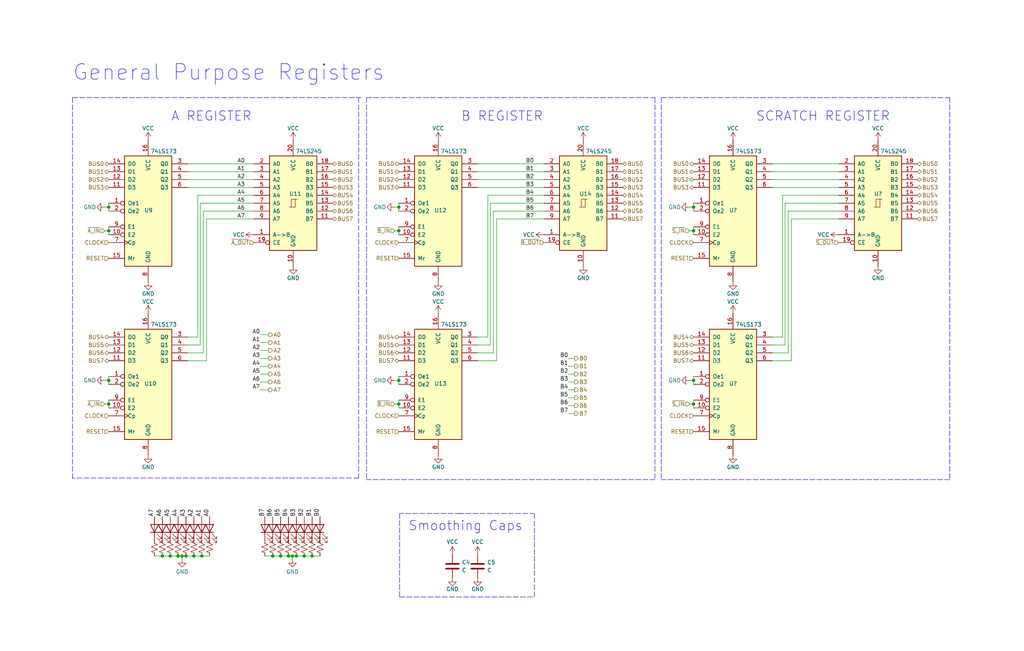
<source format=kicad_sch>
(kicad_sch (version 20211123) (generator eeschema)
  (paper "User" 329.997 210.007)
  (lib_symbols
    (symbol "74xx:74LS173" (pin_names (offset 1.016))
      (property "Reference" "U" (at -7.62 19.05 0))
      (property "Value" "74LS173" (at -7.62 -19.05 0))
      (symbol "74LS173_1_0"
        (pin input inverted (at -12.7 2.54 0) (length 5.08) (name "Oe1") (number "1"))
        (pin input inverted (at -12.7 -7.62 0) (length 5.08) (name "E2") (number "10"))
        (pin input line (at -12.7 7.62 0) (length 5.08) (name "D3") (number "11"))
        (pin input line (at -12.7 10.16 0) (length 5.08) (name "D2") (number "12"))
        (pin input line (at -12.7 12.7 0) (length 5.08) (name "D1") (number "13"))
        (pin input line (at -12.7 15.24 0) (length 5.08) (name "D0") (number "14"))
        (pin input line (at -12.7 -15.24 0) (length 5.08) (name "Mr") (number "15"))
        (pin power_in line (at 0 22.86 270) (length 5.08) (name "VCC") (number "16"))
        (pin input inverted (at -12.7 0 0) (length 5.08) (name "Oe2") (number "2"))
        (pin tri_state line (at 12.7 15.24 180) (length 5.08) (name "Q0") (number "3"))
        (pin tri_state line (at 12.7 12.7 180) (length 5.08) (name "Q1") (number "4"))
        (pin tri_state line (at 12.7 10.16 180) (length 5.08) (name "Q2") (number "5"))
        (pin tri_state line (at 12.7 7.62 180) (length 5.08) (name "Q3") (number "6"))
        (pin input clock (at -12.7 -10.16 0) (length 5.08) (name "Cp") (number "7"))
        (pin power_in line (at 0 -22.86 90) (length 5.08) (name "GND") (number "8"))
        (pin input inverted (at -12.7 -5.08 0) (length 5.08) (name "E1") (number "9"))
      )
      (symbol "74LS173_1_1"
        (rectangle (start -7.62 17.78) (end 7.62 -17.78) (stroke (width 0.254)) (fill (type background)))
      )
    )
    (symbol "74xx:74LS245" (pin_names (offset 1.016))
      (property "Reference" "U" (at -7.62 16.51 0))
      (property "Value" "74LS245" (at -7.62 -16.51 0))
      (symbol "74LS245_1_0"
        (polyline (pts (xy -0.635 -1.27) (xy -0.635 1.27) (xy 0.635 1.27)))
        (polyline (pts (xy -1.27 -1.27) (xy 0.635 -1.27) (xy 0.635 1.27) (xy 1.27 1.27)))
        (pin input line (at -12.7 -10.16 0) (length 5.08) (name "A->B") (number "1"))
        (pin power_in line (at 0 -20.32 90) (length 5.08) (name "GND") (number "10"))
        (pin tri_state line (at 12.7 -5.08 180) (length 5.08) (name "B7") (number "11"))
        (pin tri_state line (at 12.7 -2.54 180) (length 5.08) (name "B6") (number "12"))
        (pin tri_state line (at 12.7 0 180) (length 5.08) (name "B5") (number "13"))
        (pin tri_state line (at 12.7 2.54 180) (length 5.08) (name "B4") (number "14"))
        (pin tri_state line (at 12.7 5.08 180) (length 5.08) (name "B3") (number "15"))
        (pin tri_state line (at 12.7 7.62 180) (length 5.08) (name "B2") (number "16"))
        (pin tri_state line (at 12.7 10.16 180) (length 5.08) (name "B1") (number "17"))
        (pin tri_state line (at 12.7 12.7 180) (length 5.08) (name "B0") (number "18"))
        (pin input inverted (at -12.7 -12.7 0) (length 5.08) (name "CE") (number "19"))
        (pin tri_state line (at -12.7 12.7 0) (length 5.08) (name "A0") (number "2"))
        (pin power_in line (at 0 20.32 270) (length 5.08) (name "VCC") (number "20"))
        (pin tri_state line (at -12.7 10.16 0) (length 5.08) (name "A1") (number "3"))
        (pin tri_state line (at -12.7 7.62 0) (length 5.08) (name "A2") (number "4"))
        (pin tri_state line (at -12.7 5.08 0) (length 5.08) (name "A3") (number "5"))
        (pin tri_state line (at -12.7 2.54 0) (length 5.08) (name "A4") (number "6"))
        (pin tri_state line (at -12.7 0 0) (length 5.08) (name "A5") (number "7"))
        (pin tri_state line (at -12.7 -2.54 0) (length 5.08) (name "A6") (number "8"))
        (pin tri_state line (at -12.7 -5.08 0) (length 5.08) (name "A7") (number "9"))
      )
      (symbol "74LS245_1_1"
        (rectangle (start -7.62 15.24) (end 7.62 -15.24) (stroke (width 0.254)) (fill (type background)))
      )
    )
    (symbol "Device:C" (pin_numbers hide) (pin_names (offset 0.254))
      (property "Reference" "C" (at 0.635 2.54 0))
      (property "Value" "C" (at 0.635 -2.54 0))
      (symbol "C_0_1"
        (polyline (pts (xy -2.032 -0.762) (xy 2.032 -0.762)) (stroke (width 0.508)))
        (polyline (pts (xy -2.032 0.762) (xy 2.032 0.762)) (stroke (width 0.508)))
      )
      (symbol "C_1_1"
        (pin passive line (at 0 3.81 270) (length 2.794) (name "~") (number "1"))
        (pin passive line (at 0 -3.81 90) (length 2.794) (name "~") (number "2"))
      )
    )
    (symbol "Device:LED" (pin_numbers hide) (pin_names (offset 1.016) hide)
      (property "Reference" "D" (at 0 2.54 0))
      (property "Value" "LED" (at 0 -2.54 0))
      (symbol "LED_0_1"
        (polyline (pts (xy -1.27 -1.27) (xy -1.27 1.27)) (stroke (width 0.254)))
        (polyline (pts (xy -1.27 0) (xy 1.27 0)))
        (polyline (pts (xy 1.27 -1.27) (xy 1.27 1.27) (xy -1.27 0) (xy 1.27 -1.27)) (stroke (width 0.254)))
        (polyline (pts (xy -3.048 -0.762) (xy -4.572 -2.286) (xy -3.81 -2.286) (xy -4.572 -2.286) (xy -4.572 -1.524)))
        (polyline (pts (xy -1.778 -0.762) (xy -3.302 -2.286) (xy -2.54 -2.286) (xy -3.302 -2.286) (xy -3.302 -1.524)))
      )
      (symbol "LED_1_1"
        (pin passive line (at -3.81 0 0) (length 2.54) (name "K") (number "1"))
        (pin passive line (at 3.81 0 180) (length 2.54) (name "A") (number "2"))
      )
    )
    (symbol "Device:R_Small_US" (pin_numbers hide) (pin_names (offset 0.254) hide)
      (property "Reference" "R" (at 0.762 0.508 0))
      (property "Value" "R_Small_US" (at 0.762 -1.016 0))
      (symbol "R_Small_US_1_1"
        (polyline (pts (xy 0 0) (xy 1.016 -0.381) (xy 0 -0.762) (xy -1.016 -1.143) (xy 0 -1.524)))
        (polyline (pts (xy 0 1.524) (xy 1.016 1.143) (xy 0 0.762) (xy -1.016 0.381) (xy 0 0)))
        (pin passive line (at 0 2.54 270) (length 1.016) (name "~") (number "1"))
        (pin passive line (at 0 -2.54 90) (length 1.016) (name "~") (number "2"))
      )
    )
    (symbol "power:GND" (power) (pin_names (offset 0))
      (property "Value" "GND" (at 0 -3.81 0))
      (symbol "GND_0_1"
        (polyline (pts (xy 0 0) (xy 0 -1.27) (xy 1.27 -1.27) (xy 0 -2.54) (xy -1.27 -1.27) (xy 0 -1.27)))
      )
      (symbol "GND_1_1"
        (pin power_in line (at 0 0 270) (length 0) hide (name "GND") (number "1"))
      )
    )
    (symbol "power:VCC" (power) (pin_names (offset 0))
      (property "Value" "VCC" (at 0 3.81 0))
      (symbol "VCC_0_1"
        (polyline (pts (xy -0.762 1.27) (xy 0 2.54)))
        (polyline (pts (xy 0 0) (xy 0 2.54)))
        (polyline (pts (xy 0 2.54) (xy 0.762 1.27)))
      )
      (symbol "VCC_1_1"
        (pin power_in line (at 0 0 90) (length 0) hide (name "VCC") (number "1"))
      )
    )
  )
  (junction (at 223.52 122.682))
  (junction (at 59.944 179.324))
  (junction (at 128.524 122.682))
  (junction (at 58.674 179.324))
  (junction (at 62.484 179.324))
  (junction (at 100.584 179.324))
  (junction (at 223.52 66.802))
  (junction (at 87.884 179.324))
  (junction (at 94.234 179.324))
  (junction (at 35.052 122.682))
  (junction (at 57.404 179.324))
  (junction (at 35.052 130.302))
  (junction (at 223.52 130.302))
  (junction (at 52.324 179.324))
  (junction (at 35.052 74.422))
  (junction (at 95.504 179.324))
  (junction (at 54.864 179.324))
  (junction (at 128.524 130.302))
  (junction (at 128.524 74.422))
  (junction (at 98.044 179.324))
  (junction (at 128.524 66.802))
  (junction (at 35.052 66.802))
  (junction (at 223.52 74.422))
  (junction (at 92.964 179.324))
  (junction (at 90.424 179.324))
  (junction (at 65.024 179.324))
  (wire (pts (xy 159.004 68.072) (xy 159.004 113.792)))
  (wire (pts (xy 128.524 130.302) (xy 128.524 131.572)))
  (wire (pts (xy 92.964 179.324) (xy 94.234 179.324)))
  (wire (pts (xy 255.016 116.332) (xy 255.016 70.612)))
  (wire (pts (xy 248.92 111.252) (xy 252.984 111.252)))
  (wire (pts (xy 81.788 68.072) (xy 65.532 68.072)))
  (wire (pts (xy 157.988 65.532) (xy 175.26 65.532)))
  (wire (pts (xy 128.524 122.682) (xy 128.524 123.952)))
  (wire (pts (xy 98.044 179.324) (xy 100.584 179.324)))
  (wire (pts (xy 63.754 62.992) (xy 63.754 108.712)))
  (wire (pts (xy 157.226 62.992) (xy 157.226 108.712)))
  (polyline (pts (xy 147.828 165.608) (xy 172.212 165.608)))
  (wire (pts (xy 185.166 118.11) (xy 183.134 118.11)))
  (wire (pts (xy 60.452 111.252) (xy 64.516 111.252)))
  (wire (pts (xy 175.26 62.992) (xy 157.226 62.992)))
  (wire (pts (xy 222.25 74.422) (xy 223.52 74.422)))
  (wire (pts (xy 127.254 130.302) (xy 128.524 130.302)))
  (wire (pts (xy 95.504 179.324) (xy 98.044 179.324)))
  (wire (pts (xy 58.674 179.324) (xy 58.674 180.34)))
  (wire (pts (xy 83.82 123.19) (xy 86.614 123.19)))
  (wire (pts (xy 66.548 116.332) (xy 66.548 70.612)))
  (polyline (pts (xy 118.11 31.496) (xy 211.074 31.496)))
  (polyline (pts (xy 306.07 31.496) (xy 306.07 154.686)))
  (wire (pts (xy 223.52 74.422) (xy 223.52 75.692)))
  (polyline (pts (xy 211.074 31.496) (xy 211.074 154.686)))
  (wire (pts (xy 33.782 74.422) (xy 35.052 74.422)))
  (wire (pts (xy 223.52 130.302) (xy 223.52 131.572)))
  (wire (pts (xy 35.052 130.302) (xy 35.052 131.572)))
  (wire (pts (xy 160.02 70.612) (xy 175.26 70.612)))
  (wire (pts (xy 159.004 113.792) (xy 153.924 113.792)))
  (wire (pts (xy 157.988 111.252) (xy 157.988 65.532)))
  (wire (pts (xy 35.052 73.152) (xy 35.052 74.422)))
  (wire (pts (xy 87.884 179.324) (xy 90.424 179.324)))
  (wire (pts (xy 85.344 179.324) (xy 87.884 179.324)))
  (wire (pts (xy 127.254 74.422) (xy 128.524 74.422)))
  (wire (pts (xy 270.256 68.072) (xy 254 68.072)))
  (wire (pts (xy 252.984 65.532) (xy 270.256 65.532)))
  (wire (pts (xy 185.166 130.81) (xy 183.134 130.81)))
  (wire (pts (xy 83.82 125.73) (xy 86.614 125.73)))
  (polyline (pts (xy 115.57 31.496) (xy 115.57 154.178)))
  (polyline (pts (xy 128.778 192.532) (xy 172.212 192.532)))
  (wire (pts (xy 57.404 179.324) (xy 58.674 179.324)))
  (wire (pts (xy 185.166 115.57) (xy 183.134 115.57)))
  (wire (pts (xy 222.25 122.682) (xy 223.52 122.682)))
  (wire (pts (xy 60.452 57.912) (xy 81.788 57.912)))
  (polyline (pts (xy 306.07 154.686) (xy 213.106 154.686)))
  (wire (pts (xy 255.016 70.612) (xy 270.256 70.612)))
  (wire (pts (xy 222.25 66.802) (xy 223.52 66.802)))
  (wire (pts (xy 254 68.072) (xy 254 113.792)))
  (wire (pts (xy 248.92 116.332) (xy 255.016 116.332)))
  (wire (pts (xy 185.166 120.65) (xy 183.134 120.65)))
  (wire (pts (xy 185.166 133.35) (xy 183.134 133.35)))
  (wire (pts (xy 35.052 66.802) (xy 35.052 68.072)))
  (wire (pts (xy 254 113.792) (xy 248.92 113.792)))
  (wire (pts (xy 54.864 179.324) (xy 57.404 179.324)))
  (wire (pts (xy 83.82 118.11) (xy 86.614 118.11)))
  (wire (pts (xy 157.226 108.712) (xy 153.924 108.712)))
  (wire (pts (xy 35.052 121.412) (xy 35.052 122.682)))
  (wire (pts (xy 49.784 179.324) (xy 52.324 179.324)))
  (wire (pts (xy 223.52 129.032) (xy 223.52 130.302)))
  (wire (pts (xy 83.82 113.03) (xy 86.614 113.03)))
  (wire (pts (xy 33.782 130.302) (xy 35.052 130.302)))
  (wire (pts (xy 60.452 55.372) (xy 81.788 55.372)))
  (wire (pts (xy 35.052 129.032) (xy 35.052 130.302)))
  (wire (pts (xy 33.782 122.682) (xy 35.052 122.682)))
  (wire (pts (xy 60.452 52.832) (xy 81.788 52.832)))
  (wire (pts (xy 66.548 70.612) (xy 81.788 70.612)))
  (wire (pts (xy 223.52 121.412) (xy 223.52 122.682)))
  (wire (pts (xy 185.166 125.73) (xy 183.134 125.73)))
  (wire (pts (xy 153.924 52.832) (xy 175.26 52.832)))
  (wire (pts (xy 60.452 60.452) (xy 81.788 60.452)))
  (polyline (pts (xy 115.57 154.178) (xy 23.368 154.178)))
  (wire (pts (xy 83.82 120.65) (xy 86.614 120.65)))
  (wire (pts (xy 252.984 111.252) (xy 252.984 65.532)))
  (wire (pts (xy 59.944 179.324) (xy 62.484 179.324)))
  (wire (pts (xy 153.924 55.372) (xy 175.26 55.372)))
  (wire (pts (xy 100.584 179.324) (xy 103.124 179.324)))
  (wire (pts (xy 94.234 179.324) (xy 94.234 180.34)))
  (wire (pts (xy 94.234 179.324) (xy 95.504 179.324)))
  (wire (pts (xy 270.256 62.992) (xy 252.222 62.992)))
  (wire (pts (xy 63.754 108.712) (xy 60.452 108.712)))
  (wire (pts (xy 65.532 113.792) (xy 60.452 113.792)))
  (wire (pts (xy 64.516 65.532) (xy 81.788 65.532)))
  (wire (pts (xy 52.324 179.324) (xy 54.864 179.324)))
  (wire (pts (xy 83.82 107.95) (xy 86.614 107.95)))
  (wire (pts (xy 175.26 68.072) (xy 159.004 68.072)))
  (wire (pts (xy 33.782 66.802) (xy 35.052 66.802)))
  (wire (pts (xy 128.524 66.802) (xy 128.524 68.072)))
  (wire (pts (xy 252.222 62.992) (xy 252.222 108.712)))
  (wire (pts (xy 223.52 66.802) (xy 223.52 68.072)))
  (wire (pts (xy 153.924 57.912) (xy 175.26 57.912)))
  (wire (pts (xy 127.254 66.802) (xy 128.524 66.802)))
  (wire (pts (xy 62.484 179.324) (xy 65.024 179.324)))
  (wire (pts (xy 35.052 74.422) (xy 35.052 75.692)))
  (wire (pts (xy 64.516 111.252) (xy 64.516 65.532)))
  (wire (pts (xy 153.924 60.452) (xy 175.26 60.452)))
  (wire (pts (xy 128.524 129.032) (xy 128.524 130.302)))
  (wire (pts (xy 153.924 111.252) (xy 157.988 111.252)))
  (polyline (pts (xy 213.106 31.496) (xy 306.07 31.496)))
  (wire (pts (xy 128.524 74.422) (xy 128.524 75.692)))
  (wire (pts (xy 58.674 179.324) (xy 59.944 179.324)))
  (wire (pts (xy 223.52 65.532) (xy 223.52 66.802)))
  (polyline (pts (xy 23.368 31.496) (xy 23.368 154.686)))
  (wire (pts (xy 83.82 110.49) (xy 86.614 110.49)))
  (polyline (pts (xy 23.368 31.496) (xy 116.332 31.496)))
  (wire (pts (xy 222.25 130.302) (xy 223.52 130.302)))
  (wire (pts (xy 248.92 60.452) (xy 270.256 60.452)))
  (wire (pts (xy 65.024 179.324) (xy 67.564 179.324)))
  (polyline (pts (xy 118.11 31.496) (xy 118.11 154.686)))
  (polyline (pts (xy 172.212 192.532) (xy 172.212 165.608)))
  (wire (pts (xy 83.82 115.57) (xy 86.614 115.57)))
  (wire (pts (xy 128.524 121.412) (xy 128.524 122.682)))
  (wire (pts (xy 65.532 68.072) (xy 65.532 113.792)))
  (wire (pts (xy 153.924 116.332) (xy 160.02 116.332)))
  (wire (pts (xy 127.254 122.682) (xy 128.524 122.682)))
  (wire (pts (xy 252.222 108.712) (xy 248.92 108.712)))
  (polyline (pts (xy 148.336 165.608) (xy 128.778 165.608)))
  (polyline (pts (xy 128.778 165.608) (xy 128.778 192.532)))
  (wire (pts (xy 248.92 55.372) (xy 270.256 55.372)))
  (wire (pts (xy 223.52 122.682) (xy 223.52 123.952)))
  (wire (pts (xy 90.424 179.324) (xy 92.964 179.324)))
  (wire (pts (xy 81.788 62.992) (xy 63.754 62.992)))
  (wire (pts (xy 128.524 73.152) (xy 128.524 74.422)))
  (polyline (pts (xy 213.106 31.496) (xy 213.106 154.686)))
  (wire (pts (xy 160.02 116.332) (xy 160.02 70.612)))
  (wire (pts (xy 185.166 128.27) (xy 183.134 128.27)))
  (wire (pts (xy 128.524 65.532) (xy 128.524 66.802)))
  (wire (pts (xy 248.92 57.912) (xy 270.256 57.912)))
  (wire (pts (xy 35.052 65.532) (xy 35.052 66.802)))
  (wire (pts (xy 223.52 73.152) (xy 223.52 74.422)))
  (polyline (pts (xy 211.074 154.686) (xy 118.11 154.686)))
  (wire (pts (xy 248.92 52.832) (xy 270.256 52.832)))
  (wire (pts (xy 35.052 122.682) (xy 35.052 123.952)))
  (wire (pts (xy 60.452 116.332) (xy 66.548 116.332)))
  (wire (pts (xy 185.166 123.19) (xy 183.134 123.19)))
  (text "B REGISTER" (at 148.59 39.37 0) (effects (font (size 3 3)) (justify left bottom)))
  (text "General Purpose Registers" (at 23.368 26.416 0) (effects (font (size 5 5)) (justify left bottom)))
  (text "SCRATCH REGISTER" (at 243.586 39.37 0) (effects (font (size 3 3)) (justify left bottom)))
  (text "A REGISTER" (at 55.118 39.37 0) (effects (font (size 3 3)) (justify left bottom)))
  (text "Smoothing Caps" (at 131.572 171.45 0) (effects (font (size 3 3)) (justify left bottom)))
  (label "B6" (at 87.884 166.624 90))
  (label "B5" (at 90.424 166.624 90))
  (label "A4" (at 57.404 166.624 90))
  (label "B1" (at 183.134 118.11 180))
  (label "B2" (at 98.044 166.624 90))
  (label "A5" (at 54.864 166.624 90))
  (label "B2" (at 169.418 57.912 0))
  (label "A7" (at 76.454 70.612 0))
  (label "A0" (at 76.454 52.832 0))
  (label "A3" (at 76.454 60.452 0))
  (label "B4" (at 92.964 166.624 90))
  (label "B1" (at 169.418 55.372 0))
  (label "B0" (at 183.134 115.57 180))
  (label "B3" (at 183.134 123.19 180))
  (label "B0" (at 169.418 52.832 0))
  (label "A3" (at 59.944 166.624 90))
  (label "A7" (at 49.784 166.624 90))
  (label "A1" (at 83.82 110.49 180))
  (label "A6" (at 52.324 166.624 90))
  (label "A5" (at 76.454 65.532 0))
  (label "B4" (at 183.134 125.73 180))
  (label "B6" (at 183.134 130.81 180))
  (label "A1" (at 65.024 166.624 90))
  (label "A4" (at 76.454 62.992 0))
  (label "A6" (at 76.454 68.072 0))
  (label "B7" (at 85.344 166.624 90))
  (label "B7" (at 183.134 133.35 180))
  (label "A0" (at 83.82 107.95 180))
  (label "A2" (at 76.454 57.912 0))
  (label "B5" (at 169.418 65.532 0))
  (label "B3" (at 95.504 166.624 90))
  (label "B2" (at 183.134 120.65 180))
  (label "B5" (at 183.134 128.27 180))
  (label "B7" (at 169.418 70.612 0))
  (label "A3" (at 83.82 115.57 180))
  (label "B4" (at 169.418 62.992 0))
  (label "B3" (at 169.418 60.452 0))
  (label "B1" (at 100.584 166.624 90))
  (label "A6" (at 83.82 123.19 180))
  (label "A5" (at 83.82 120.65 180))
  (label "B6" (at 169.418 68.072 0))
  (label "A7" (at 83.82 125.73 180))
  (label "A1" (at 76.454 55.372 0))
  (label "B0" (at 103.124 166.624 90))
  (label "A4" (at 83.82 118.11 180))
  (label "A2" (at 83.82 113.03 180))
  (label "A2" (at 62.484 166.624 90))
  (label "A0" (at 67.564 166.624 90))
  (hierarchical_label "BUS5" (shape tri_state) (at 200.66 65.532 0))
  (hierarchical_label "BUS4" (shape tri_state) (at 200.66 62.992 0))
  (hierarchical_label "B5" (shape output) (at 185.166 128.27 0))
  (hierarchical_label "BUS1" (shape tri_state) (at 200.66 55.372 0))
  (hierarchical_label "BUS7" (shape tri_state) (at 128.524 116.332 180))
  (hierarchical_label "~{A_OUT}" (shape input) (at 81.788 78.232 180))
  (hierarchical_label "~{A_IN}" (shape input) (at 33.782 74.422 180))
  (hierarchical_label "A1" (shape output) (at 86.614 110.49 0))
  (hierarchical_label "BUS5" (shape tri_state) (at 295.656 65.532 0))
  (hierarchical_label "~{A_IN}" (shape input) (at 33.782 130.302 180))
  (hierarchical_label "BUS2" (shape tri_state) (at 128.524 57.912 180))
  (hierarchical_label "BUS6" (shape tri_state) (at 35.052 113.792 180))
  (hierarchical_label "BUS6" (shape tri_state) (at 223.52 113.792 180))
  (hierarchical_label "BUS7" (shape tri_state) (at 200.66 70.612 0))
  (hierarchical_label "~{S_IN}" (shape input) (at 222.25 74.422 180))
  (hierarchical_label "BUS5" (shape tri_state) (at 128.524 111.252 180))
  (hierarchical_label "BUS1" (shape tri_state) (at 128.524 55.372 180))
  (hierarchical_label "CLOCK" (shape input) (at 128.524 78.232 180))
  (hierarchical_label "BUS3" (shape tri_state) (at 200.66 60.452 0))
  (hierarchical_label "BUS2" (shape tri_state) (at 295.656 57.912 0))
  (hierarchical_label "RESET" (shape input) (at 35.052 83.312 180))
  (hierarchical_label "BUS3" (shape tri_state) (at 295.656 60.452 0))
  (hierarchical_label "BUS0" (shape tri_state) (at 200.66 52.832 0))
  (hierarchical_label "BUS3" (shape tri_state) (at 128.524 60.452 180))
  (hierarchical_label "BUS0" (shape tri_state) (at 35.052 52.832 180))
  (hierarchical_label "BUS7" (shape tri_state) (at 107.188 70.612 0))
  (hierarchical_label "BUS4" (shape tri_state) (at 295.656 62.992 0))
  (hierarchical_label "BUS3" (shape tri_state) (at 223.52 60.452 180))
  (hierarchical_label "CLOCK" (shape input) (at 35.052 134.112 180))
  (hierarchical_label "BUS6" (shape tri_state) (at 295.656 68.072 0))
  (hierarchical_label "BUS2" (shape tri_state) (at 223.52 57.912 180))
  (hierarchical_label "~{B_IN}" (shape input) (at 127.254 74.422 180))
  (hierarchical_label "B3" (shape output) (at 185.166 123.19 0))
  (hierarchical_label "BUS2" (shape tri_state) (at 200.66 57.912 0))
  (hierarchical_label "BUS4" (shape tri_state) (at 35.052 108.712 180))
  (hierarchical_label "BUS1" (shape tri_state) (at 223.52 55.372 180))
  (hierarchical_label "A0" (shape output) (at 86.614 107.95 0))
  (hierarchical_label "BUS4" (shape tri_state) (at 107.188 62.992 0))
  (hierarchical_label "BUS3" (shape tri_state) (at 107.188 60.452 0))
  (hierarchical_label "BUS5" (shape tri_state) (at 35.052 111.252 180))
  (hierarchical_label "A5" (shape output) (at 86.614 120.65 0))
  (hierarchical_label "BUS0" (shape tri_state) (at 107.188 52.832 0))
  (hierarchical_label "BUS7" (shape tri_state) (at 35.052 116.332 180))
  (hierarchical_label "CLOCK" (shape input) (at 35.052 78.232 180))
  (hierarchical_label "BUS0" (shape tri_state) (at 295.656 52.832 0))
  (hierarchical_label "CLOCK" (shape input) (at 223.52 78.232 180))
  (hierarchical_label "B6" (shape output) (at 185.166 130.81 0))
  (hierarchical_label "CLOCK" (shape input) (at 128.524 134.112 180))
  (hierarchical_label "B2" (shape output) (at 185.166 120.65 0))
  (hierarchical_label "A6" (shape output) (at 86.614 123.19 0))
  (hierarchical_label "B1" (shape output) (at 185.166 118.11 0))
  (hierarchical_label "BUS0" (shape tri_state) (at 223.52 52.832 180))
  (hierarchical_label "BUS1" (shape tri_state) (at 107.188 55.372 0))
  (hierarchical_label "~{B_OUT}" (shape input) (at 175.26 78.232 180))
  (hierarchical_label "BUS6" (shape tri_state) (at 128.524 113.792 180))
  (hierarchical_label "BUS1" (shape tri_state) (at 295.656 55.372 0))
  (hierarchical_label "BUS2" (shape tri_state) (at 35.052 57.912 180))
  (hierarchical_label "BUS5" (shape tri_state) (at 223.52 111.252 180))
  (hierarchical_label "~{B_IN}" (shape input) (at 127.254 130.302 180))
  (hierarchical_label "A4" (shape output) (at 86.614 118.11 0))
  (hierarchical_label "~{S_IN}" (shape input) (at 222.25 130.302 180))
  (hierarchical_label "RESET" (shape input) (at 35.052 139.192 180))
  (hierarchical_label "A3" (shape output) (at 86.614 115.57 0))
  (hierarchical_label "BUS4" (shape tri_state) (at 223.52 108.712 180))
  (hierarchical_label "BUS0" (shape tri_state) (at 128.524 52.832 180))
  (hierarchical_label "B4" (shape output) (at 185.166 125.73 0))
  (hierarchical_label "BUS7" (shape tri_state) (at 223.52 116.332 180))
  (hierarchical_label "BUS6" (shape tri_state) (at 200.66 68.072 0))
  (hierarchical_label "BUS5" (shape tri_state) (at 107.188 65.532 0))
  (hierarchical_label "A7" (shape output) (at 86.614 125.73 0))
  (hierarchical_label "BUS2" (shape tri_state) (at 107.188 57.912 0))
  (hierarchical_label "BUS7" (shape tri_state) (at 295.656 70.612 0))
  (hierarchical_label "BUS6" (shape tri_state) (at 107.188 68.072 0))
  (hierarchical_label "~{S_OUT}" (shape input) (at 270.256 78.232 180))
  (hierarchical_label "RESET" (shape input) (at 128.524 83.312 180))
  (hierarchical_label "RESET" (shape input) (at 223.52 139.192 180))
  (hierarchical_label "BUS4" (shape tri_state) (at 128.524 108.712 180))
  (hierarchical_label "CLOCK" (shape input) (at 223.52 134.112 180))
  (hierarchical_label "A2" (shape output) (at 86.614 113.03 0))
  (hierarchical_label "B0" (shape output) (at 185.166 115.57 0))
  (hierarchical_label "RESET" (shape input) (at 128.524 139.192 180))
  (hierarchical_label "BUS3" (shape tri_state) (at 35.052 60.452 180))
  (hierarchical_label "RESET" (shape input) (at 223.52 83.312 180))
  (hierarchical_label "B7" (shape output) (at 185.166 133.35 0))
  (hierarchical_label "BUS1" (shape tri_state) (at 35.052 55.372 180))
  (symbol (lib_id "74xx:74LS245") (at 187.96 65.532 0) (unit 1)
    (property "Reference" "U14" (at 186.69 62.484 0) (effects (justify left)))
    (property "Value" "74LS245" (at 188.722 48.768 0) (effects (justify left)))
    (property "Footprint" "Package_SO:TSSOP-20_4.4x6.5mm_P0.65mm" (effects hide))
    (property "Datasheet" "http://www.ti.com/lit/gpn/sn74LS245" (effects hide))
  )
  (symbol (lib_id "74xx:74LS245") (at 94.488 65.532 0) (unit 1)
    (property "Reference" "U11" (at 93.218 62.484 0) (effects (justify left)))
    (property "Value" "74LS245" (at 95.25 48.768 0) (effects (justify left)))
    (property "Footprint" "Package_SO:TSSOP-20_4.4x6.5mm_P0.65mm" (effects hide))
    (property "Datasheet" "http://www.ti.com/lit/gpn/sn74LS245" (effects hide))
  )
  (symbol (lib_id "power:GND") (at 236.22 146.812 0) (unit 1)
    (property "Reference" "#PWR?" (effects hide))
    (property "Value" "GND" (at 236.22 150.622 0))
  )
  (symbol (lib_id "Device:LED") (at 103.124 170.434 90) (unit 1)
    (property "Reference" "D28" (effects hide))
    (property "Value" "LED" (effects hide))
    (property "Footprint" "LED_SMD:LED_0805_2012Metric" (effects hide))
  )
  (symbol (lib_id "power:GND") (at 153.924 186.436 0) (unit 1)
    (property "Reference" "#PWR052" (effects hide))
    (property "Value" "GND" (at 153.924 189.992 0))
  )
  (symbol (lib_id "Device:R_Small_US") (at 103.124 176.784 0) (unit 1)
    (property "Reference" "R28" (effects hide))
    (property "Value" "R_Small_US" (effects hide))
    (property "Footprint" "Resistor_SMD:R_0805_2012Metric" (effects hide))
  )
  (symbol (lib_id "power:VCC") (at 153.924 178.816 0) (unit 1)
    (property "Reference" "#PWR051" (effects hide))
    (property "Value" "VCC" (at 153.924 174.752 0))
  )
  (symbol (lib_id "Device:LED") (at 85.344 170.434 90) (unit 1)
    (property "Reference" "D21" (effects hide))
    (property "Value" "LED" (effects hide))
    (property "Footprint" "LED_SMD:LED_0805_2012Metric" (effects hide))
  )
  (symbol (lib_id "Device:LED") (at 57.404 170.434 90) (unit 1)
    (property "Reference" "D16" (effects hide))
    (property "Value" "LED" (effects hide))
    (property "Footprint" "LED_SMD:LED_0805_2012Metric" (effects hide))
  )
  (symbol (lib_id "power:GND") (at 141.224 90.932 0) (unit 1)
    (property "Reference" "#PWR043" (effects hide))
    (property "Value" "GND" (at 141.224 94.742 0))
  )
  (symbol (lib_id "Device:R_Small_US") (at 62.484 176.784 0) (unit 1)
    (property "Reference" "R18" (effects hide))
    (property "Value" "R_Small_US" (effects hide))
    (property "Footprint" "Resistor_SMD:R_0805_2012Metric" (effects hide))
  )
  (symbol (lib_id "power:GND") (at 282.956 85.852 0) (unit 1)
    (property "Reference" "#PWR?" (effects hide))
    (property "Value" "GND" (at 282.956 89.662 0))
  )
  (symbol (lib_id "power:GND") (at 222.25 122.682 270) (unit 1)
    (property "Reference" "#PWR?" (effects hide))
    (property "Value" "GND" (at 217.424 122.682 90))
  )
  (symbol (lib_id "Device:LED") (at 49.784 170.434 90) (unit 1)
    (property "Reference" "D13" (effects hide))
    (property "Value" "LED" (effects hide))
    (property "Footprint" "LED_SMD:LED_0805_2012Metric" (effects hide))
  )
  (symbol (lib_id "Device:LED") (at 52.324 170.434 90) (unit 1)
    (property "Reference" "D14" (effects hide))
    (property "Value" "LED" (effects hide))
    (property "Footprint" "LED_SMD:LED_0805_2012Metric" (effects hide))
  )
  (symbol (lib_id "power:VCC") (at 47.752 45.212 0) (unit 1)
    (property "Reference" "#PWR031" (effects hide))
    (property "Value" "VCC" (at 47.752 41.402 0))
  )
  (symbol (lib_id "power:GND") (at 33.782 122.682 270) (unit 1)
    (property "Reference" "#PWR030" (effects hide))
    (property "Value" "GND" (at 28.956 122.682 90))
  )
  (symbol (lib_id "Device:C") (at 153.924 182.626 0) (unit 1)
    (property "Reference" "C5" (at 156.972 181.3559 0) (effects (justify left)))
    (property "Value" "C" (at 156.972 183.8959 0) (effects (justify left)))
    (property "Footprint" "Capacitor_SMD:C_0805_2012Metric" (effects hide))
  )
  (symbol (lib_id "power:VCC") (at 94.488 45.212 0) (unit 1)
    (property "Reference" "#PWR038" (effects hide))
    (property "Value" "VCC" (at 94.488 41.402 0))
  )
  (symbol (lib_id "power:GND") (at 47.752 146.812 0) (unit 1)
    (property "Reference" "#PWR034" (effects hide))
    (property "Value" "GND" (at 47.752 150.622 0))
  )
  (symbol (lib_id "Device:R_Small_US") (at 65.024 176.784 0) (unit 1)
    (property "Reference" "R19" (effects hide))
    (property "Value" "R_Small_US" (effects hide))
    (property "Footprint" "Resistor_SMD:R_0805_2012Metric" (effects hide))
  )
  (symbol (lib_id "Device:LED") (at 59.944 170.434 90) (unit 1)
    (property "Reference" "D17" (effects hide))
    (property "Value" "LED" (effects hide))
    (property "Footprint" "LED_SMD:LED_0805_2012Metric" (effects hide))
  )
  (symbol (lib_id "Device:R_Small_US") (at 95.504 176.784 0) (unit 1)
    (property "Reference" "R25" (effects hide))
    (property "Value" "R_Small_US" (effects hide))
    (property "Footprint" "Resistor_SMD:R_0805_2012Metric" (effects hide))
  )
  (symbol (lib_id "Device:LED") (at 87.884 170.434 90) (unit 1)
    (property "Reference" "D22" (effects hide))
    (property "Value" "LED" (effects hide))
    (property "Footprint" "LED_SMD:LED_0805_2012Metric" (effects hide))
  )
  (symbol (lib_id "power:GND") (at 127.254 66.802 270) (unit 1)
    (property "Reference" "#PWR040" (effects hide))
    (property "Value" "GND" (at 122.428 66.802 90))
  )
  (symbol (lib_id "power:VCC") (at 47.752 101.092 0) (unit 1)
    (property "Reference" "#PWR033" (effects hide))
    (property "Value" "VCC" (at 47.752 97.282 0))
  )
  (symbol (lib_id "power:VCC") (at 270.256 75.692 90) (unit 1)
    (property "Reference" "#PWR?" (effects hide))
    (property "Value" "VCC" (at 265.43 75.692 90))
  )
  (symbol (lib_id "power:GND") (at 187.96 85.852 0) (unit 1)
    (property "Reference" "#PWR048" (effects hide))
    (property "Value" "GND" (at 187.96 89.662 0))
  )
  (symbol (lib_id "Device:LED") (at 67.564 170.434 90) (unit 1)
    (property "Reference" "D20" (effects hide))
    (property "Value" "LED" (effects hide))
    (property "Footprint" "LED_SMD:LED_0805_2012Metric" (effects hide))
  )
  (symbol (lib_id "power:GND") (at 47.752 90.932 0) (unit 1)
    (property "Reference" "#PWR032" (effects hide))
    (property "Value" "GND" (at 47.752 94.742 0))
  )
  (symbol (lib_id "Device:R_Small_US") (at 87.884 176.784 0) (unit 1)
    (property "Reference" "R22" (effects hide))
    (property "Value" "R_Small_US" (effects hide))
    (property "Footprint" "Resistor_SMD:R_0805_2012Metric" (effects hide))
  )
  (symbol (lib_id "power:GND") (at 94.488 85.852 0) (unit 1)
    (property "Reference" "#PWR039" (effects hide))
    (property "Value" "GND" (at 94.488 89.662 0))
  )
  (symbol (lib_id "power:GND") (at 127.254 122.682 270) (unit 1)
    (property "Reference" "#PWR041" (effects hide))
    (property "Value" "GND" (at 122.428 122.682 90))
  )
  (symbol (lib_id "Device:LED") (at 54.864 170.434 90) (unit 1)
    (property "Reference" "D15" (effects hide))
    (property "Value" "LED" (effects hide))
    (property "Footprint" "LED_SMD:LED_0805_2012Metric" (effects hide))
  )
  (symbol (lib_id "Device:R_Small_US") (at 59.944 176.784 0) (unit 1)
    (property "Reference" "R17" (effects hide))
    (property "Value" "R_Small_US" (effects hide))
    (property "Footprint" "Resistor_SMD:R_0805_2012Metric" (effects hide))
  )
  (symbol (lib_id "Device:R_Small_US") (at 57.404 176.784 0) (unit 1)
    (property "Reference" "R16" (effects hide))
    (property "Value" "R_Small_US" (effects hide))
    (property "Footprint" "Resistor_SMD:R_0805_2012Metric" (effects hide))
  )
  (symbol (lib_id "Device:R_Small_US") (at 67.564 176.784 0) (unit 1)
    (property "Reference" "R20" (effects hide))
    (property "Value" "R_Small_US" (effects hide))
    (property "Footprint" "Resistor_SMD:R_0805_2012Metric" (effects hide))
  )
  (symbol (lib_id "power:GND") (at 94.234 180.34 0) (unit 1)
    (property "Reference" "#PWR037" (effects hide))
    (property "Value" "GND" (at 94.234 184.404 0))
  )
  (symbol (lib_id "power:VCC") (at 236.22 101.092 0) (unit 1)
    (property "Reference" "#PWR?" (effects hide))
    (property "Value" "VCC" (at 236.22 97.282 0))
  )
  (symbol (lib_id "Device:LED") (at 62.484 170.434 90) (unit 1)
    (property "Reference" "D18" (effects hide))
    (property "Value" "LED" (effects hide))
    (property "Footprint" "LED_SMD:LED_0805_2012Metric" (effects hide))
  )
  (symbol (lib_id "Device:LED") (at 100.584 170.434 90) (unit 1)
    (property "Reference" "D27" (effects hide))
    (property "Value" "LED" (effects hide))
    (property "Footprint" "LED_SMD:LED_0805_2012Metric" (effects hide))
  )
  (symbol (lib_id "power:GND") (at 141.224 146.812 0) (unit 1)
    (property "Reference" "#PWR045" (effects hide))
    (property "Value" "GND" (at 141.224 150.622 0))
  )
  (symbol (lib_id "74xx:74LS173") (at 141.224 68.072 0) (unit 1)
    (property "Reference" "U12" (at 139.954 67.818 0) (effects (justify left)))
    (property "Value" "74LS173" (at 141.986 48.768 0) (effects (justify left)))
    (property "Footprint" "Package_SO:TSSOP-16_4.4x5mm_P0.65mm" (effects hide))
    (property "Datasheet" "http://www.ti.com/lit/gpn/sn74LS173" (effects hide))
  )
  (symbol (lib_id "power:VCC") (at 81.788 75.692 90) (unit 1)
    (property "Reference" "#PWR036" (effects hide))
    (property "Value" "VCC" (at 76.962 75.692 90))
  )
  (symbol (lib_id "power:VCC") (at 141.224 101.092 0) (unit 1)
    (property "Reference" "#PWR044" (effects hide))
    (property "Value" "VCC" (at 141.224 97.282 0))
  )
  (symbol (lib_id "Device:LED") (at 92.964 170.434 90) (unit 1)
    (property "Reference" "D24" (effects hide))
    (property "Value" "LED" (effects hide))
    (property "Footprint" "LED_SMD:LED_0805_2012Metric" (effects hide))
  )
  (symbol (lib_id "Device:R_Small_US") (at 52.324 176.784 0) (unit 1)
    (property "Reference" "R14" (effects hide))
    (property "Value" "R_Small_US" (effects hide))
    (property "Footprint" "Resistor_SMD:R_0805_2012Metric" (effects hide))
  )
  (symbol (lib_id "power:VCC") (at 236.22 45.212 0) (unit 1)
    (property "Reference" "#PWR?" (effects hide))
    (property "Value" "VCC" (at 236.22 41.402 0))
  )
  (symbol (lib_id "74xx:74LS245") (at 282.956 65.532 0) (unit 1)
    (property "Reference" "U?" (at 281.686 62.484 0) (effects (justify left)))
    (property "Value" "74LS245" (at 283.718 48.768 0) (effects (justify left)))
    (property "Footprint" "Package_SO:TSSOP-20_4.4x6.5mm_P0.65mm" (effects hide))
    (property "Datasheet" "http://www.ti.com/lit/gpn/sn74LS245" (effects hide))
  )
  (symbol (lib_id "Device:LED") (at 90.424 170.434 90) (unit 1)
    (property "Reference" "D23" (effects hide))
    (property "Value" "LED" (effects hide))
    (property "Footprint" "LED_SMD:LED_0805_2012Metric" (effects hide))
  )
  (symbol (lib_id "power:VCC") (at 145.796 178.816 0) (unit 1)
    (property "Reference" "#PWR049" (effects hide))
    (property "Value" "VCC" (at 145.796 174.752 0))
  )
  (symbol (lib_id "Device:R_Small_US") (at 49.784 176.784 0) (unit 1)
    (property "Reference" "R13" (effects hide))
    (property "Value" "R_Small_US" (effects hide))
    (property "Footprint" "Resistor_SMD:R_0805_2012Metric" (effects hide))
  )
  (symbol (lib_id "Device:R_Small_US") (at 100.584 176.784 0) (unit 1)
    (property "Reference" "R27" (effects hide))
    (property "Value" "R_Small_US" (effects hide))
    (property "Footprint" "Resistor_SMD:R_0805_2012Metric" (effects hide))
  )
  (symbol (lib_id "74xx:74LS173") (at 47.752 68.072 0) (unit 1)
    (property "Reference" "U9" (at 46.482 67.818 0) (effects (justify left)))
    (property "Value" "74LS173" (at 48.514 48.768 0) (effects (justify left)))
    (property "Footprint" "Package_SO:TSSOP-16_4.4x5mm_P0.65mm" (effects hide))
    (property "Datasheet" "http://www.ti.com/lit/gpn/sn74LS173" (effects hide))
  )
  (symbol (lib_id "power:GND") (at 33.782 66.802 270) (unit 1)
    (property "Reference" "#PWR029" (effects hide))
    (property "Value" "GND" (at 28.956 66.802 90))
  )
  (symbol (lib_id "74xx:74LS173") (at 236.22 123.952 0) (unit 1)
    (property "Reference" "U?" (at 234.95 123.698 0) (effects (justify left)))
    (property "Value" "74LS173" (at 236.982 104.648 0) (effects (justify left)))
    (property "Footprint" "Package_SO:TSSOP-16_4.4x5mm_P0.65mm" (effects hide))
    (property "Datasheet" "http://www.ti.com/lit/gpn/sn74LS173" (effects hide))
  )
  (symbol (lib_id "Device:R_Small_US") (at 85.344 176.784 0) (unit 1)
    (property "Reference" "R21" (effects hide))
    (property "Value" "R_Small_US" (effects hide))
    (property "Footprint" "Resistor_SMD:R_0805_2012Metric" (effects hide))
  )
  (symbol (lib_id "74xx:74LS173") (at 141.224 123.952 0) (unit 1)
    (property "Reference" "U13" (at 139.954 123.698 0) (effects (justify left)))
    (property "Value" "74LS173" (at 141.986 104.648 0) (effects (justify left)))
    (property "Footprint" "Package_SO:TSSOP-16_4.4x5mm_P0.65mm" (effects hide))
    (property "Datasheet" "http://www.ti.com/lit/gpn/sn74LS173" (effects hide))
  )
  (symbol (lib_id "Device:C") (at 145.796 182.626 0) (unit 1)
    (property "Reference" "C4" (at 148.844 181.3559 0) (effects (justify left)))
    (property "Value" "C" (at 148.844 183.8959 0) (effects (justify left)))
    (property "Footprint" "Capacitor_SMD:C_0805_2012Metric" (effects hide))
  )
  (symbol (lib_id "Device:R_Small_US") (at 90.424 176.784 0) (unit 1)
    (property "Reference" "R23" (effects hide))
    (property "Value" "R_Small_US" (effects hide))
    (property "Footprint" "Resistor_SMD:R_0805_2012Metric" (effects hide))
  )
  (symbol (lib_id "74xx:74LS173") (at 47.752 123.952 0) (unit 1)
    (property "Reference" "U10" (at 46.482 123.698 0) (effects (justify left)))
    (property "Value" "74LS173" (at 48.514 104.648 0) (effects (justify left)))
    (property "Footprint" "Package_SO:TSSOP-16_4.4x5mm_P0.65mm" (effects hide))
    (property "Datasheet" "http://www.ti.com/lit/gpn/sn74LS173" (effects hide))
  )
  (symbol (lib_id "Device:LED") (at 65.024 170.434 90) (unit 1)
    (property "Reference" "D19" (effects hide))
    (property "Value" "LED" (effects hide))
    (property "Footprint" "LED_SMD:LED_0805_2012Metric" (effects hide))
  )
  (symbol (lib_id "power:VCC") (at 187.96 45.212 0) (unit 1)
    (property "Reference" "#PWR047" (effects hide))
    (property "Value" "VCC" (at 187.96 41.402 0))
  )
  (symbol (lib_id "Device:LED") (at 95.504 170.434 90) (unit 1)
    (property "Reference" "D25" (effects hide))
    (property "Value" "LED" (effects hide))
    (property "Footprint" "LED_SMD:LED_0805_2012Metric" (effects hide))
  )
  (symbol (lib_id "Device:LED") (at 98.044 170.434 90) (unit 1)
    (property "Reference" "D26" (effects hide))
    (property "Value" "LED" (effects hide))
    (property "Footprint" "LED_SMD:LED_0805_2012Metric" (effects hide))
  )
  (symbol (lib_id "Device:R_Small_US") (at 98.044 176.784 0) (unit 1)
    (property "Reference" "R26" (effects hide))
    (property "Value" "R_Small_US" (effects hide))
    (property "Footprint" "Resistor_SMD:R_0805_2012Metric" (effects hide))
  )
  (symbol (lib_id "Device:R_Small_US") (at 54.864 176.784 0) (unit 1)
    (property "Reference" "R15" (effects hide))
    (property "Value" "R_Small_US" (effects hide))
    (property "Footprint" "Resistor_SMD:R_0805_2012Metric" (effects hide))
  )
  (symbol (lib_id "power:GND") (at 222.25 66.802 270) (unit 1)
    (property "Reference" "#PWR?" (effects hide))
    (property "Value" "GND" (at 217.424 66.802 90))
  )
  (symbol (lib_id "power:GND") (at 236.22 90.932 0) (unit 1)
    (property "Reference" "#PWR?" (effects hide))
    (property "Value" "GND" (at 236.22 94.742 0))
  )
  (symbol (lib_id "power:VCC") (at 282.956 45.212 0) (unit 1)
    (property "Reference" "#PWR?" (effects hide))
    (property "Value" "VCC" (at 282.956 41.402 0))
  )
  (symbol (lib_id "74xx:74LS173") (at 236.22 68.072 0) (unit 1)
    (property "Reference" "U?" (at 234.95 67.818 0) (effects (justify left)))
    (property "Value" "74LS173" (at 236.982 48.768 0) (effects (justify left)))
    (property "Footprint" "Package_SO:TSSOP-16_4.4x5mm_P0.65mm" (effects hide))
    (property "Datasheet" "http://www.ti.com/lit/gpn/sn74LS173" (effects hide))
  )
  (symbol (lib_id "Device:R_Small_US") (at 92.964 176.784 0) (unit 1)
    (property "Reference" "R24" (effects hide))
    (property "Value" "R_Small_US" (effects hide))
    (property "Footprint" "Resistor_SMD:R_0805_2012Metric" (effects hide))
  )
  (symbol (lib_id "power:VCC") (at 141.224 45.212 0) (unit 1)
    (property "Reference" "#PWR042" (effects hide))
    (property "Value" "VCC" (at 141.224 41.402 0))
  )
  (symbol (lib_id "power:VCC") (at 175.26 75.692 90) (unit 1)
    (property "Reference" "#PWR046" (effects hide))
    (property "Value" "VCC" (at 170.434 75.692 90))
  )
  (symbol (lib_id "power:GND") (at 145.796 186.436 0) (unit 1)
    (property "Reference" "#PWR050" (effects hide))
    (property "Value" "GND" (at 145.796 189.992 0))
  )
  (symbol (lib_id "power:GND") (at 58.674 180.34 0) (unit 1)
    (property "Reference" "#PWR035" (effects hide))
    (property "Value" "GND" (at 58.674 184.404 0))
  )
)
</source>
